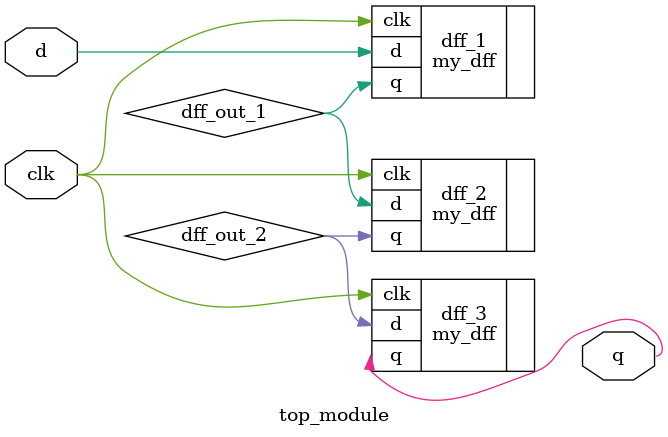
<source format=sv>

module top_module (
    input  clk,
    input  d,
    output q
);
  wire dff_out_1, dff_out_2;
  my_dff dff_1 (
      .clk(clk),
      .d  (d),
      .q  (dff_out_1)
  );
  my_dff dff_2 (
      .clk(clk),
      .d  (dff_out_1),
      .q  (dff_out_2)
  );
  my_dff dff_3 (
      .clk(clk),
      .d  (dff_out_2),
      .q  (q)
  );
endmodule

</source>
